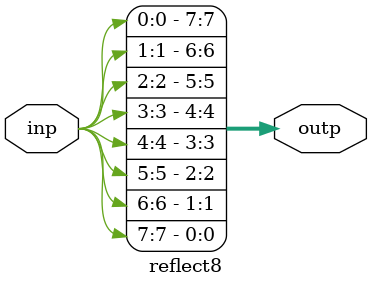
<source format=v>
`default_nettype none

module reflect8 (
  input [7:0] inp,
  output [7:0] outp
);

  assign outp = {
    inp[0], inp[1], inp[2], inp[3],
    inp[4], inp[5], inp[6], inp[7]
  };

endmodule

</source>
